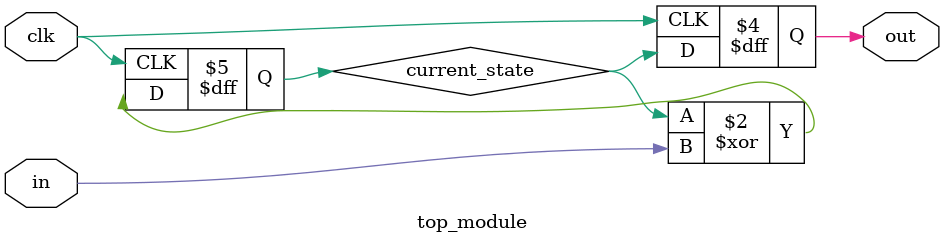
<source format=sv>
module top_module (
	input clk,
	input in,
	output logic out
);

	// Declare internal register to hold the state
	logic current_state;

	// Initial block to set the initial state of output
	initial begin
		current_state = 0;
		out = 0;
	end

	// Always block to update the state on the positive edge of the clock
	always_ff @(posedge clk) begin
		current_state <= current_state ^ in;
		out <= current_state;
	end

endmodule

</source>
